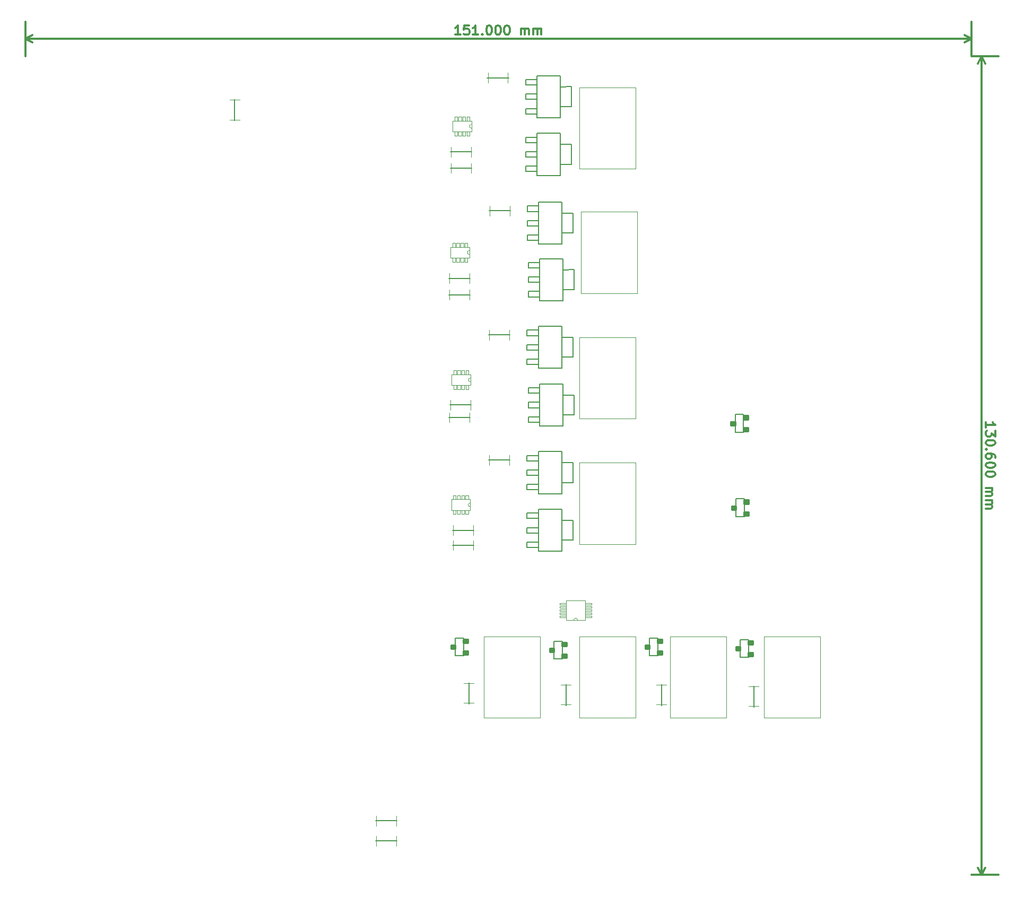
<source format=gbr>
G04 #@! TF.FileFunction,Drawing*
%FSLAX46Y46*%
G04 Gerber Fmt 4.6, Leading zero omitted, Abs format (unit mm)*
G04 Created by KiCad (PCBNEW 4.0.7-e2-6376~60~ubuntu17.10.1) date Fri Nov 10 10:24:04 2017*
%MOMM*%
%LPD*%
G01*
G04 APERTURE LIST*
%ADD10C,0.100000*%
%ADD11C,0.300000*%
%ADD12C,0.152400*%
%ADD13C,0.127000*%
%ADD14C,0.070000*%
%ADD15C,0.203200*%
%ADD16C,0.381000*%
%ADD17C,0.050000*%
G04 APERTURE END LIST*
D10*
D11*
X223171429Y-85178573D02*
X223171429Y-84321430D01*
X223171429Y-84750002D02*
X224671429Y-84750002D01*
X224457143Y-84607145D01*
X224314286Y-84464287D01*
X224242857Y-84321430D01*
X224671429Y-85678573D02*
X224671429Y-86607144D01*
X224100000Y-86107144D01*
X224100000Y-86321430D01*
X224028571Y-86464287D01*
X223957143Y-86535716D01*
X223814286Y-86607144D01*
X223457143Y-86607144D01*
X223314286Y-86535716D01*
X223242857Y-86464287D01*
X223171429Y-86321430D01*
X223171429Y-85892858D01*
X223242857Y-85750001D01*
X223314286Y-85678573D01*
X224671429Y-87535715D02*
X224671429Y-87678572D01*
X224600000Y-87821429D01*
X224528571Y-87892858D01*
X224385714Y-87964287D01*
X224100000Y-88035715D01*
X223742857Y-88035715D01*
X223457143Y-87964287D01*
X223314286Y-87892858D01*
X223242857Y-87821429D01*
X223171429Y-87678572D01*
X223171429Y-87535715D01*
X223242857Y-87392858D01*
X223314286Y-87321429D01*
X223457143Y-87250001D01*
X223742857Y-87178572D01*
X224100000Y-87178572D01*
X224385714Y-87250001D01*
X224528571Y-87321429D01*
X224600000Y-87392858D01*
X224671429Y-87535715D01*
X223314286Y-88678572D02*
X223242857Y-88750000D01*
X223171429Y-88678572D01*
X223242857Y-88607143D01*
X223314286Y-88678572D01*
X223171429Y-88678572D01*
X224671429Y-90035715D02*
X224671429Y-89750001D01*
X224600000Y-89607144D01*
X224528571Y-89535715D01*
X224314286Y-89392858D01*
X224028571Y-89321429D01*
X223457143Y-89321429D01*
X223314286Y-89392858D01*
X223242857Y-89464286D01*
X223171429Y-89607144D01*
X223171429Y-89892858D01*
X223242857Y-90035715D01*
X223314286Y-90107144D01*
X223457143Y-90178572D01*
X223814286Y-90178572D01*
X223957143Y-90107144D01*
X224028571Y-90035715D01*
X224100000Y-89892858D01*
X224100000Y-89607144D01*
X224028571Y-89464286D01*
X223957143Y-89392858D01*
X223814286Y-89321429D01*
X224671429Y-91107143D02*
X224671429Y-91250000D01*
X224600000Y-91392857D01*
X224528571Y-91464286D01*
X224385714Y-91535715D01*
X224100000Y-91607143D01*
X223742857Y-91607143D01*
X223457143Y-91535715D01*
X223314286Y-91464286D01*
X223242857Y-91392857D01*
X223171429Y-91250000D01*
X223171429Y-91107143D01*
X223242857Y-90964286D01*
X223314286Y-90892857D01*
X223457143Y-90821429D01*
X223742857Y-90750000D01*
X224100000Y-90750000D01*
X224385714Y-90821429D01*
X224528571Y-90892857D01*
X224600000Y-90964286D01*
X224671429Y-91107143D01*
X224671429Y-92535714D02*
X224671429Y-92678571D01*
X224600000Y-92821428D01*
X224528571Y-92892857D01*
X224385714Y-92964286D01*
X224100000Y-93035714D01*
X223742857Y-93035714D01*
X223457143Y-92964286D01*
X223314286Y-92892857D01*
X223242857Y-92821428D01*
X223171429Y-92678571D01*
X223171429Y-92535714D01*
X223242857Y-92392857D01*
X223314286Y-92321428D01*
X223457143Y-92250000D01*
X223742857Y-92178571D01*
X224100000Y-92178571D01*
X224385714Y-92250000D01*
X224528571Y-92321428D01*
X224600000Y-92392857D01*
X224671429Y-92535714D01*
X223171429Y-94821428D02*
X224171429Y-94821428D01*
X224028571Y-94821428D02*
X224100000Y-94892856D01*
X224171429Y-95035714D01*
X224171429Y-95249999D01*
X224100000Y-95392856D01*
X223957143Y-95464285D01*
X223171429Y-95464285D01*
X223957143Y-95464285D02*
X224100000Y-95535714D01*
X224171429Y-95678571D01*
X224171429Y-95892856D01*
X224100000Y-96035714D01*
X223957143Y-96107142D01*
X223171429Y-96107142D01*
X223171429Y-96821428D02*
X224171429Y-96821428D01*
X224028571Y-96821428D02*
X224100000Y-96892856D01*
X224171429Y-97035714D01*
X224171429Y-97249999D01*
X224100000Y-97392856D01*
X223957143Y-97464285D01*
X223171429Y-97464285D01*
X223957143Y-97464285D02*
X224100000Y-97535714D01*
X224171429Y-97678571D01*
X224171429Y-97892856D01*
X224100000Y-98035714D01*
X223957143Y-98107142D01*
X223171429Y-98107142D01*
X222500000Y-25950000D02*
X222500000Y-156550000D01*
X220900000Y-25950000D02*
X225200000Y-25950000D01*
X220900000Y-156550000D02*
X225200000Y-156550000D01*
X222500000Y-156550000D02*
X221913579Y-155423496D01*
X222500000Y-156550000D02*
X223086421Y-155423496D01*
X222500000Y-25950000D02*
X221913579Y-27076504D01*
X222500000Y-25950000D02*
X223086421Y-27076504D01*
X139328573Y-22478571D02*
X138471430Y-22478571D01*
X138900002Y-22478571D02*
X138900002Y-20978571D01*
X138757145Y-21192857D01*
X138614287Y-21335714D01*
X138471430Y-21407143D01*
X140685716Y-20978571D02*
X139971430Y-20978571D01*
X139900001Y-21692857D01*
X139971430Y-21621429D01*
X140114287Y-21550000D01*
X140471430Y-21550000D01*
X140614287Y-21621429D01*
X140685716Y-21692857D01*
X140757144Y-21835714D01*
X140757144Y-22192857D01*
X140685716Y-22335714D01*
X140614287Y-22407143D01*
X140471430Y-22478571D01*
X140114287Y-22478571D01*
X139971430Y-22407143D01*
X139900001Y-22335714D01*
X142185715Y-22478571D02*
X141328572Y-22478571D01*
X141757144Y-22478571D02*
X141757144Y-20978571D01*
X141614287Y-21192857D01*
X141471429Y-21335714D01*
X141328572Y-21407143D01*
X142828572Y-22335714D02*
X142900000Y-22407143D01*
X142828572Y-22478571D01*
X142757143Y-22407143D01*
X142828572Y-22335714D01*
X142828572Y-22478571D01*
X143828572Y-20978571D02*
X143971429Y-20978571D01*
X144114286Y-21050000D01*
X144185715Y-21121429D01*
X144257144Y-21264286D01*
X144328572Y-21550000D01*
X144328572Y-21907143D01*
X144257144Y-22192857D01*
X144185715Y-22335714D01*
X144114286Y-22407143D01*
X143971429Y-22478571D01*
X143828572Y-22478571D01*
X143685715Y-22407143D01*
X143614286Y-22335714D01*
X143542858Y-22192857D01*
X143471429Y-21907143D01*
X143471429Y-21550000D01*
X143542858Y-21264286D01*
X143614286Y-21121429D01*
X143685715Y-21050000D01*
X143828572Y-20978571D01*
X145257143Y-20978571D02*
X145400000Y-20978571D01*
X145542857Y-21050000D01*
X145614286Y-21121429D01*
X145685715Y-21264286D01*
X145757143Y-21550000D01*
X145757143Y-21907143D01*
X145685715Y-22192857D01*
X145614286Y-22335714D01*
X145542857Y-22407143D01*
X145400000Y-22478571D01*
X145257143Y-22478571D01*
X145114286Y-22407143D01*
X145042857Y-22335714D01*
X144971429Y-22192857D01*
X144900000Y-21907143D01*
X144900000Y-21550000D01*
X144971429Y-21264286D01*
X145042857Y-21121429D01*
X145114286Y-21050000D01*
X145257143Y-20978571D01*
X146685714Y-20978571D02*
X146828571Y-20978571D01*
X146971428Y-21050000D01*
X147042857Y-21121429D01*
X147114286Y-21264286D01*
X147185714Y-21550000D01*
X147185714Y-21907143D01*
X147114286Y-22192857D01*
X147042857Y-22335714D01*
X146971428Y-22407143D01*
X146828571Y-22478571D01*
X146685714Y-22478571D01*
X146542857Y-22407143D01*
X146471428Y-22335714D01*
X146400000Y-22192857D01*
X146328571Y-21907143D01*
X146328571Y-21550000D01*
X146400000Y-21264286D01*
X146471428Y-21121429D01*
X146542857Y-21050000D01*
X146685714Y-20978571D01*
X148971428Y-22478571D02*
X148971428Y-21478571D01*
X148971428Y-21621429D02*
X149042856Y-21550000D01*
X149185714Y-21478571D01*
X149399999Y-21478571D01*
X149542856Y-21550000D01*
X149614285Y-21692857D01*
X149614285Y-22478571D01*
X149614285Y-21692857D02*
X149685714Y-21550000D01*
X149828571Y-21478571D01*
X150042856Y-21478571D01*
X150185714Y-21550000D01*
X150257142Y-21692857D01*
X150257142Y-22478571D01*
X150971428Y-22478571D02*
X150971428Y-21478571D01*
X150971428Y-21621429D02*
X151042856Y-21550000D01*
X151185714Y-21478571D01*
X151399999Y-21478571D01*
X151542856Y-21550000D01*
X151614285Y-21692857D01*
X151614285Y-22478571D01*
X151614285Y-21692857D02*
X151685714Y-21550000D01*
X151828571Y-21478571D01*
X152042856Y-21478571D01*
X152185714Y-21550000D01*
X152257142Y-21692857D01*
X152257142Y-22478571D01*
X69900000Y-23150000D02*
X220900000Y-23150000D01*
X69900000Y-25950000D02*
X69900000Y-20450000D01*
X220900000Y-25950000D02*
X220900000Y-20450000D01*
X220900000Y-23150000D02*
X219773496Y-23736421D01*
X220900000Y-23150000D02*
X219773496Y-22563579D01*
X69900000Y-23150000D02*
X71026504Y-23736421D01*
X69900000Y-23150000D02*
X71026504Y-22563579D01*
D10*
X159259400Y-115219600D02*
X159259400Y-115499000D01*
X159259400Y-115499000D02*
X160224600Y-115499000D01*
X160224600Y-115499000D02*
X160224600Y-115219600D01*
X160224600Y-115219600D02*
X159259400Y-115219600D01*
X159259400Y-114711600D02*
X159259400Y-114991000D01*
X159259400Y-114991000D02*
X160224600Y-114991000D01*
X160224600Y-114991000D02*
X160224600Y-114711600D01*
X160224600Y-114711600D02*
X159259400Y-114711600D01*
X159259400Y-114229000D02*
X159259400Y-114483000D01*
X159259400Y-114483000D02*
X160224600Y-114483000D01*
X160224600Y-114483000D02*
X160224600Y-114229000D01*
X160224600Y-114229000D02*
X159259400Y-114229000D01*
X159259400Y-113721000D02*
X159259400Y-114000400D01*
X159259400Y-114000400D02*
X160224600Y-114000400D01*
X160224600Y-114000400D02*
X160224600Y-113721000D01*
X160224600Y-113721000D02*
X159259400Y-113721000D01*
X159259400Y-113213000D02*
X159259400Y-113492400D01*
X159259400Y-113492400D02*
X160224600Y-113492400D01*
X160224600Y-113492400D02*
X160224600Y-113213000D01*
X160224600Y-113213000D02*
X159259400Y-113213000D01*
X156160600Y-113492400D02*
X156160600Y-113213000D01*
X156160600Y-113213000D02*
X155195400Y-113213000D01*
X155195400Y-113213000D02*
X155195400Y-113492400D01*
X155195400Y-113492400D02*
X156160600Y-113492400D01*
X156160600Y-114000400D02*
X156160600Y-113721000D01*
X156160600Y-113721000D02*
X155195400Y-113721000D01*
X155195400Y-113721000D02*
X155195400Y-114000400D01*
X155195400Y-114000400D02*
X156160600Y-114000400D01*
X156160600Y-114483000D02*
X156160600Y-114229000D01*
X156160600Y-114229000D02*
X155195400Y-114229000D01*
X155195400Y-114229000D02*
X155195400Y-114483000D01*
X155195400Y-114483000D02*
X156160600Y-114483000D01*
X156160600Y-114991000D02*
X156160600Y-114711600D01*
X156160600Y-114711600D02*
X155195400Y-114711600D01*
X155195400Y-114711600D02*
X155195400Y-114991000D01*
X155195400Y-114991000D02*
X156160600Y-114991000D01*
X156160600Y-115499000D02*
X156160600Y-115219600D01*
X156160600Y-115219600D02*
X155195400Y-115219600D01*
X155195400Y-115219600D02*
X155195400Y-115499000D01*
X155195400Y-115499000D02*
X156160600Y-115499000D01*
X159259400Y-112806600D02*
X156160600Y-112806600D01*
X156160600Y-112806600D02*
X156160600Y-115905400D01*
X156160600Y-115905400D02*
X157405200Y-115905400D01*
X157405200Y-115905400D02*
X158014800Y-115905400D01*
X158014800Y-115905400D02*
X159259400Y-115905400D01*
X159259400Y-115905400D02*
X159259400Y-112806600D01*
X157405200Y-115905400D02*
G75*
G02X158014800Y-115905400I304800J0D01*
G01*
D12*
X151570800Y-39695400D02*
X151570800Y-38831800D01*
X151570800Y-38831800D02*
X149767400Y-38831800D01*
X149767400Y-38831800D02*
X149767400Y-39695400D01*
X149767400Y-39695400D02*
X151570800Y-39695400D01*
X151570800Y-42006800D02*
X151570800Y-41143200D01*
X151570800Y-41143200D02*
X149767400Y-41143200D01*
X149767400Y-41143200D02*
X149767400Y-42006800D01*
X149767400Y-42006800D02*
X151570800Y-42006800D01*
X151570800Y-44318200D02*
X151570800Y-43454600D01*
X151570800Y-43454600D02*
X149767400Y-43454600D01*
X149767400Y-43454600D02*
X149767400Y-44318200D01*
X149767400Y-44318200D02*
X151570800Y-44318200D01*
X155279200Y-40000200D02*
X155279200Y-43149800D01*
X155279200Y-43149800D02*
X157082600Y-43149800D01*
X157082600Y-43149800D02*
X157082600Y-39974800D01*
X157082600Y-39974800D02*
X155279200Y-40000200D01*
X151570800Y-44927800D02*
X155279200Y-44927800D01*
X155279200Y-44927800D02*
X155279200Y-38222200D01*
X155279200Y-38222200D02*
X151570800Y-38222200D01*
X151570800Y-38222200D02*
X151570800Y-44927800D01*
D13*
X147225000Y-90375000D02*
X143825000Y-90375000D01*
D14*
X143925000Y-91175000D02*
X143925000Y-89575000D01*
X147125000Y-89575000D02*
X147125000Y-91175000D01*
D13*
X138075000Y-103975000D02*
X141475000Y-103975000D01*
D14*
X141375000Y-103175000D02*
X141375000Y-104775000D01*
X138175000Y-104775000D02*
X138175000Y-103175000D01*
D13*
X138075000Y-101575000D02*
X141475000Y-101575000D01*
D14*
X141375000Y-100775000D02*
X141375000Y-102375000D01*
X138175000Y-102375000D02*
X138175000Y-100775000D01*
D10*
X137891600Y-96641400D02*
X137891600Y-98368600D01*
X137891600Y-98368600D02*
X138196400Y-98368600D01*
X138196400Y-98368600D02*
X138628200Y-98368600D01*
X138628200Y-98368600D02*
X138831400Y-98368600D01*
X138831400Y-98368600D02*
X139288600Y-98368600D01*
X139288600Y-98368600D02*
X139491800Y-98368600D01*
X139491800Y-98368600D02*
X139949000Y-98368600D01*
X139949000Y-98368600D02*
X140152200Y-98368600D01*
X140888800Y-98368600D02*
X140888800Y-97809800D01*
X140888800Y-97809800D02*
X140888800Y-97200200D01*
X140888800Y-97200200D02*
X140888800Y-96641400D01*
X140888800Y-96641400D02*
X140584000Y-96641400D01*
X140584000Y-96641400D02*
X140152200Y-96641400D01*
X140152200Y-96641400D02*
X139949000Y-96641400D01*
X139949000Y-96641400D02*
X139491800Y-96641400D01*
X139491800Y-96641400D02*
X139288600Y-96641400D01*
X139288600Y-96641400D02*
X138831400Y-96641400D01*
X138831400Y-96641400D02*
X138628200Y-96641400D01*
X140584000Y-96641400D02*
X140584000Y-96006400D01*
X140584000Y-96006400D02*
X140152200Y-96006400D01*
X140152200Y-96006400D02*
X140152200Y-96641400D01*
X139949000Y-96641400D02*
X139949000Y-96006400D01*
X139949000Y-96006400D02*
X139491800Y-96006400D01*
X139491800Y-96006400D02*
X139491800Y-96641400D01*
X139288600Y-96641400D02*
X139288600Y-96006400D01*
X139288600Y-96006400D02*
X138831400Y-96006400D01*
X138831400Y-96006400D02*
X138831400Y-96641400D01*
X137891600Y-96641400D02*
X138196400Y-96641400D01*
X138196400Y-96641400D02*
X138628200Y-96641400D01*
X138628200Y-96641400D02*
X138628200Y-96006400D01*
X138628200Y-96006400D02*
X138196400Y-96006400D01*
X138196400Y-96006400D02*
X138196400Y-96641400D01*
X138196400Y-98368600D02*
X138196400Y-99003600D01*
X138196400Y-99003600D02*
X138628200Y-99003600D01*
X138628200Y-99003600D02*
X138628200Y-98368600D01*
X138831400Y-98368600D02*
X138831400Y-99003600D01*
X138831400Y-99003600D02*
X139288600Y-99003600D01*
X139288600Y-99003600D02*
X139288600Y-98368600D01*
X139491800Y-98368600D02*
X139491800Y-99003600D01*
X139491800Y-99003600D02*
X139949000Y-99003600D01*
X139949000Y-99003600D02*
X139949000Y-98368600D01*
X140888800Y-98368600D02*
X140584000Y-98368600D01*
X140584000Y-98368600D02*
X140152200Y-98368600D01*
X140152200Y-98368600D02*
X140152200Y-99003600D01*
X140152200Y-99003600D02*
X140584000Y-99003600D01*
X140584000Y-99003600D02*
X140584000Y-98368600D01*
X140888800Y-97809800D02*
G75*
G02X140888800Y-97200200I0J304800D01*
G01*
D13*
X137725000Y-41175000D02*
X141125000Y-41175000D01*
D14*
X141025000Y-40375000D02*
X141025000Y-41975000D01*
X137825000Y-41975000D02*
X137825000Y-40375000D01*
D13*
X137475000Y-61375000D02*
X140875000Y-61375000D01*
D14*
X140775000Y-60575000D02*
X140775000Y-62175000D01*
X137575000Y-62175000D02*
X137575000Y-60575000D01*
D13*
X137675000Y-81575000D02*
X141075000Y-81575000D01*
D14*
X140975000Y-80775000D02*
X140975000Y-82375000D01*
X137775000Y-82375000D02*
X137775000Y-80775000D01*
D13*
X140692000Y-125864000D02*
X140692000Y-129264000D01*
D14*
X141492000Y-129164000D02*
X139892000Y-129164000D01*
X139892000Y-125964000D02*
X141492000Y-125964000D01*
D13*
X156186000Y-126118000D02*
X156186000Y-129518000D01*
D14*
X156986000Y-129418000D02*
X155386000Y-129418000D01*
X155386000Y-126218000D02*
X156986000Y-126218000D01*
D13*
X171426000Y-126118000D02*
X171426000Y-129518000D01*
D14*
X172226000Y-129418000D02*
X170626000Y-129418000D01*
X170626000Y-126218000D02*
X172226000Y-126218000D01*
D13*
X186158000Y-126372000D02*
X186158000Y-129772000D01*
D14*
X186958000Y-129672000D02*
X185358000Y-129672000D01*
X185358000Y-126472000D02*
X186958000Y-126472000D01*
D13*
X103302000Y-36174000D02*
X103302000Y-32774000D01*
D14*
X102502000Y-32874000D02*
X104102000Y-32874000D01*
X104102000Y-36074000D02*
X102502000Y-36074000D01*
D13*
X147025000Y-29375000D02*
X143625000Y-29375000D01*
D14*
X143725000Y-30175000D02*
X143725000Y-28575000D01*
X146925000Y-28575000D02*
X146925000Y-30175000D01*
D13*
X147325000Y-50575000D02*
X143925000Y-50575000D01*
D14*
X144025000Y-51375000D02*
X144025000Y-49775000D01*
X147225000Y-49775000D02*
X147225000Y-51375000D01*
D13*
X147225000Y-70375000D02*
X143825000Y-70375000D01*
D14*
X143925000Y-71175000D02*
X143925000Y-69575000D01*
X147125000Y-69575000D02*
X147125000Y-71175000D01*
D15*
X183170600Y-83104600D02*
X184491400Y-83104600D01*
X184491400Y-83104600D02*
X184491400Y-85949400D01*
X184491400Y-85949400D02*
X183170600Y-85949400D01*
X183170600Y-85949400D02*
X183170600Y-83104600D01*
D16*
G36*
X182535600Y-84755942D02*
X182535600Y-84298400D01*
X183118736Y-84298400D01*
X183118736Y-84755942D01*
X182535600Y-84755942D01*
G37*
X182535600Y-84755942D02*
X182535600Y-84298400D01*
X183118736Y-84298400D01*
X183118736Y-84755942D01*
X182535600Y-84755942D01*
G36*
X184542200Y-83815071D02*
X184542200Y-83358600D01*
X185127730Y-83358600D01*
X185127730Y-83815071D01*
X184542200Y-83815071D01*
G37*
X184542200Y-83815071D02*
X184542200Y-83358600D01*
X185127730Y-83358600D01*
X185127730Y-83815071D01*
X184542200Y-83815071D01*
G36*
X184542200Y-85697150D02*
X184542200Y-85238200D01*
X185128340Y-85238200D01*
X185128340Y-85697150D01*
X184542200Y-85697150D01*
G37*
X184542200Y-85697150D02*
X184542200Y-85238200D01*
X185128340Y-85238200D01*
X185128340Y-85697150D01*
X184542200Y-85697150D01*
D15*
X183297600Y-96566600D02*
X184618400Y-96566600D01*
X184618400Y-96566600D02*
X184618400Y-99411400D01*
X184618400Y-99411400D02*
X183297600Y-99411400D01*
X183297600Y-99411400D02*
X183297600Y-96566600D01*
D16*
G36*
X182662600Y-98217942D02*
X182662600Y-97760400D01*
X183245736Y-97760400D01*
X183245736Y-98217942D01*
X182662600Y-98217942D01*
G37*
X182662600Y-98217942D02*
X182662600Y-97760400D01*
X183245736Y-97760400D01*
X183245736Y-98217942D01*
X182662600Y-98217942D01*
G36*
X184669200Y-97277071D02*
X184669200Y-96820600D01*
X185254730Y-96820600D01*
X185254730Y-97277071D01*
X184669200Y-97277071D01*
G37*
X184669200Y-97277071D02*
X184669200Y-96820600D01*
X185254730Y-96820600D01*
X185254730Y-97277071D01*
X184669200Y-97277071D01*
G36*
X184669200Y-99159150D02*
X184669200Y-98700200D01*
X185255340Y-98700200D01*
X185255340Y-99159150D01*
X184669200Y-99159150D01*
G37*
X184669200Y-99159150D02*
X184669200Y-98700200D01*
X185255340Y-98700200D01*
X185255340Y-99159150D01*
X184669200Y-99159150D01*
D12*
X151970800Y-59695400D02*
X151970800Y-58831800D01*
X151970800Y-58831800D02*
X150167400Y-58831800D01*
X150167400Y-58831800D02*
X150167400Y-59695400D01*
X150167400Y-59695400D02*
X151970800Y-59695400D01*
X151970800Y-62006800D02*
X151970800Y-61143200D01*
X151970800Y-61143200D02*
X150167400Y-61143200D01*
X150167400Y-61143200D02*
X150167400Y-62006800D01*
X150167400Y-62006800D02*
X151970800Y-62006800D01*
X151970800Y-64318200D02*
X151970800Y-63454600D01*
X151970800Y-63454600D02*
X150167400Y-63454600D01*
X150167400Y-63454600D02*
X150167400Y-64318200D01*
X150167400Y-64318200D02*
X151970800Y-64318200D01*
X155679200Y-60000200D02*
X155679200Y-63149800D01*
X155679200Y-63149800D02*
X157482600Y-63149800D01*
X157482600Y-63149800D02*
X157482600Y-59974800D01*
X157482600Y-59974800D02*
X155679200Y-60000200D01*
X151970800Y-64927800D02*
X155679200Y-64927800D01*
X155679200Y-64927800D02*
X155679200Y-58222200D01*
X155679200Y-58222200D02*
X151970800Y-58222200D01*
X151970800Y-58222200D02*
X151970800Y-64927800D01*
X151570800Y-30495400D02*
X151570800Y-29631800D01*
X151570800Y-29631800D02*
X149767400Y-29631800D01*
X149767400Y-29631800D02*
X149767400Y-30495400D01*
X149767400Y-30495400D02*
X151570800Y-30495400D01*
X151570800Y-32806800D02*
X151570800Y-31943200D01*
X151570800Y-31943200D02*
X149767400Y-31943200D01*
X149767400Y-31943200D02*
X149767400Y-32806800D01*
X149767400Y-32806800D02*
X151570800Y-32806800D01*
X151570800Y-35118200D02*
X151570800Y-34254600D01*
X151570800Y-34254600D02*
X149767400Y-34254600D01*
X149767400Y-34254600D02*
X149767400Y-35118200D01*
X149767400Y-35118200D02*
X151570800Y-35118200D01*
X155279200Y-30800200D02*
X155279200Y-33949800D01*
X155279200Y-33949800D02*
X157082600Y-33949800D01*
X157082600Y-33949800D02*
X157082600Y-30774800D01*
X157082600Y-30774800D02*
X155279200Y-30800200D01*
X151570800Y-35727800D02*
X155279200Y-35727800D01*
X155279200Y-35727800D02*
X155279200Y-29022200D01*
X155279200Y-29022200D02*
X151570800Y-29022200D01*
X151570800Y-29022200D02*
X151570800Y-35727800D01*
X151786800Y-50695400D02*
X151786800Y-49831800D01*
X151786800Y-49831800D02*
X149983400Y-49831800D01*
X149983400Y-49831800D02*
X149983400Y-50695400D01*
X149983400Y-50695400D02*
X151786800Y-50695400D01*
X151786800Y-53006800D02*
X151786800Y-52143200D01*
X151786800Y-52143200D02*
X149983400Y-52143200D01*
X149983400Y-52143200D02*
X149983400Y-53006800D01*
X149983400Y-53006800D02*
X151786800Y-53006800D01*
X151786800Y-55318200D02*
X151786800Y-54454600D01*
X151786800Y-54454600D02*
X149983400Y-54454600D01*
X149983400Y-54454600D02*
X149983400Y-55318200D01*
X149983400Y-55318200D02*
X151786800Y-55318200D01*
X155495200Y-51000200D02*
X155495200Y-54149800D01*
X155495200Y-54149800D02*
X157298600Y-54149800D01*
X157298600Y-54149800D02*
X157298600Y-50974800D01*
X157298600Y-50974800D02*
X155495200Y-51000200D01*
X151786800Y-55927800D02*
X155495200Y-55927800D01*
X155495200Y-55927800D02*
X155495200Y-49222200D01*
X155495200Y-49222200D02*
X151786800Y-49222200D01*
X151786800Y-49222200D02*
X151786800Y-55927800D01*
X151970800Y-79695400D02*
X151970800Y-78831800D01*
X151970800Y-78831800D02*
X150167400Y-78831800D01*
X150167400Y-78831800D02*
X150167400Y-79695400D01*
X150167400Y-79695400D02*
X151970800Y-79695400D01*
X151970800Y-82006800D02*
X151970800Y-81143200D01*
X151970800Y-81143200D02*
X150167400Y-81143200D01*
X150167400Y-81143200D02*
X150167400Y-82006800D01*
X150167400Y-82006800D02*
X151970800Y-82006800D01*
X151970800Y-84318200D02*
X151970800Y-83454600D01*
X151970800Y-83454600D02*
X150167400Y-83454600D01*
X150167400Y-83454600D02*
X150167400Y-84318200D01*
X150167400Y-84318200D02*
X151970800Y-84318200D01*
X155679200Y-80000200D02*
X155679200Y-83149800D01*
X155679200Y-83149800D02*
X157482600Y-83149800D01*
X157482600Y-83149800D02*
X157482600Y-79974800D01*
X157482600Y-79974800D02*
X155679200Y-80000200D01*
X151970800Y-84927800D02*
X155679200Y-84927800D01*
X155679200Y-84927800D02*
X155679200Y-78222200D01*
X155679200Y-78222200D02*
X151970800Y-78222200D01*
X151970800Y-78222200D02*
X151970800Y-84927800D01*
X151770800Y-99695400D02*
X151770800Y-98831800D01*
X151770800Y-98831800D02*
X149967400Y-98831800D01*
X149967400Y-98831800D02*
X149967400Y-99695400D01*
X149967400Y-99695400D02*
X151770800Y-99695400D01*
X151770800Y-102006800D02*
X151770800Y-101143200D01*
X151770800Y-101143200D02*
X149967400Y-101143200D01*
X149967400Y-101143200D02*
X149967400Y-102006800D01*
X149967400Y-102006800D02*
X151770800Y-102006800D01*
X151770800Y-104318200D02*
X151770800Y-103454600D01*
X151770800Y-103454600D02*
X149967400Y-103454600D01*
X149967400Y-103454600D02*
X149967400Y-104318200D01*
X149967400Y-104318200D02*
X151770800Y-104318200D01*
X155479200Y-100000200D02*
X155479200Y-103149800D01*
X155479200Y-103149800D02*
X157282600Y-103149800D01*
X157282600Y-103149800D02*
X157282600Y-99974800D01*
X157282600Y-99974800D02*
X155479200Y-100000200D01*
X151770800Y-104927800D02*
X155479200Y-104927800D01*
X155479200Y-104927800D02*
X155479200Y-98222200D01*
X155479200Y-98222200D02*
X151770800Y-98222200D01*
X151770800Y-98222200D02*
X151770800Y-104927800D01*
X151770800Y-70495400D02*
X151770800Y-69631800D01*
X151770800Y-69631800D02*
X149967400Y-69631800D01*
X149967400Y-69631800D02*
X149967400Y-70495400D01*
X149967400Y-70495400D02*
X151770800Y-70495400D01*
X151770800Y-72806800D02*
X151770800Y-71943200D01*
X151770800Y-71943200D02*
X149967400Y-71943200D01*
X149967400Y-71943200D02*
X149967400Y-72806800D01*
X149967400Y-72806800D02*
X151770800Y-72806800D01*
X151770800Y-75118200D02*
X151770800Y-74254600D01*
X151770800Y-74254600D02*
X149967400Y-74254600D01*
X149967400Y-74254600D02*
X149967400Y-75118200D01*
X149967400Y-75118200D02*
X151770800Y-75118200D01*
X155479200Y-70800200D02*
X155479200Y-73949800D01*
X155479200Y-73949800D02*
X157282600Y-73949800D01*
X157282600Y-73949800D02*
X157282600Y-70774800D01*
X157282600Y-70774800D02*
X155479200Y-70800200D01*
X151770800Y-75727800D02*
X155479200Y-75727800D01*
X155479200Y-75727800D02*
X155479200Y-69022200D01*
X155479200Y-69022200D02*
X151770800Y-69022200D01*
X151770800Y-69022200D02*
X151770800Y-75727800D01*
X151770800Y-90495400D02*
X151770800Y-89631800D01*
X151770800Y-89631800D02*
X149967400Y-89631800D01*
X149967400Y-89631800D02*
X149967400Y-90495400D01*
X149967400Y-90495400D02*
X151770800Y-90495400D01*
X151770800Y-92806800D02*
X151770800Y-91943200D01*
X151770800Y-91943200D02*
X149967400Y-91943200D01*
X149967400Y-91943200D02*
X149967400Y-92806800D01*
X149967400Y-92806800D02*
X151770800Y-92806800D01*
X151770800Y-95118200D02*
X151770800Y-94254600D01*
X151770800Y-94254600D02*
X149967400Y-94254600D01*
X149967400Y-94254600D02*
X149967400Y-95118200D01*
X149967400Y-95118200D02*
X151770800Y-95118200D01*
X155479200Y-90800200D02*
X155479200Y-93949800D01*
X155479200Y-93949800D02*
X157282600Y-93949800D01*
X157282600Y-93949800D02*
X157282600Y-90774800D01*
X157282600Y-90774800D02*
X155479200Y-90800200D01*
X151770800Y-95727800D02*
X155479200Y-95727800D01*
X155479200Y-95727800D02*
X155479200Y-89022200D01*
X155479200Y-89022200D02*
X151770800Y-89022200D01*
X151770800Y-89022200D02*
X151770800Y-95727800D01*
D15*
X138507600Y-118775600D02*
X139828400Y-118775600D01*
X139828400Y-118775600D02*
X139828400Y-121620400D01*
X139828400Y-121620400D02*
X138507600Y-121620400D01*
X138507600Y-121620400D02*
X138507600Y-118775600D01*
D16*
G36*
X137872600Y-120426942D02*
X137872600Y-119969400D01*
X138455736Y-119969400D01*
X138455736Y-120426942D01*
X137872600Y-120426942D01*
G37*
X137872600Y-120426942D02*
X137872600Y-119969400D01*
X138455736Y-119969400D01*
X138455736Y-120426942D01*
X137872600Y-120426942D01*
G36*
X139879200Y-119486071D02*
X139879200Y-119029600D01*
X140464730Y-119029600D01*
X140464730Y-119486071D01*
X139879200Y-119486071D01*
G37*
X139879200Y-119486071D02*
X139879200Y-119029600D01*
X140464730Y-119029600D01*
X140464730Y-119486071D01*
X139879200Y-119486071D01*
G36*
X139879200Y-121368150D02*
X139879200Y-120909200D01*
X140465340Y-120909200D01*
X140465340Y-121368150D01*
X139879200Y-121368150D01*
G37*
X139879200Y-121368150D02*
X139879200Y-120909200D01*
X140465340Y-120909200D01*
X140465340Y-121368150D01*
X139879200Y-121368150D01*
D15*
X154255600Y-119283600D02*
X155576400Y-119283600D01*
X155576400Y-119283600D02*
X155576400Y-122128400D01*
X155576400Y-122128400D02*
X154255600Y-122128400D01*
X154255600Y-122128400D02*
X154255600Y-119283600D01*
D16*
G36*
X153620600Y-120934942D02*
X153620600Y-120477400D01*
X154203736Y-120477400D01*
X154203736Y-120934942D01*
X153620600Y-120934942D01*
G37*
X153620600Y-120934942D02*
X153620600Y-120477400D01*
X154203736Y-120477400D01*
X154203736Y-120934942D01*
X153620600Y-120934942D01*
G36*
X155627200Y-119994071D02*
X155627200Y-119537600D01*
X156212730Y-119537600D01*
X156212730Y-119994071D01*
X155627200Y-119994071D01*
G37*
X155627200Y-119994071D02*
X155627200Y-119537600D01*
X156212730Y-119537600D01*
X156212730Y-119994071D01*
X155627200Y-119994071D01*
G36*
X155627200Y-121876150D02*
X155627200Y-121417200D01*
X156213340Y-121417200D01*
X156213340Y-121876150D01*
X155627200Y-121876150D01*
G37*
X155627200Y-121876150D02*
X155627200Y-121417200D01*
X156213340Y-121417200D01*
X156213340Y-121876150D01*
X155627200Y-121876150D01*
D15*
X169495600Y-118775600D02*
X170816400Y-118775600D01*
X170816400Y-118775600D02*
X170816400Y-121620400D01*
X170816400Y-121620400D02*
X169495600Y-121620400D01*
X169495600Y-121620400D02*
X169495600Y-118775600D01*
D16*
G36*
X168860600Y-120426942D02*
X168860600Y-119969400D01*
X169443736Y-119969400D01*
X169443736Y-120426942D01*
X168860600Y-120426942D01*
G37*
X168860600Y-120426942D02*
X168860600Y-119969400D01*
X169443736Y-119969400D01*
X169443736Y-120426942D01*
X168860600Y-120426942D01*
G36*
X170867200Y-119486071D02*
X170867200Y-119029600D01*
X171452730Y-119029600D01*
X171452730Y-119486071D01*
X170867200Y-119486071D01*
G37*
X170867200Y-119486071D02*
X170867200Y-119029600D01*
X171452730Y-119029600D01*
X171452730Y-119486071D01*
X170867200Y-119486071D01*
G36*
X170867200Y-121368150D02*
X170867200Y-120909200D01*
X171453340Y-120909200D01*
X171453340Y-121368150D01*
X170867200Y-121368150D01*
G37*
X170867200Y-121368150D02*
X170867200Y-120909200D01*
X171453340Y-120909200D01*
X171453340Y-121368150D01*
X170867200Y-121368150D01*
D15*
X183973600Y-119029600D02*
X185294400Y-119029600D01*
X185294400Y-119029600D02*
X185294400Y-121874400D01*
X185294400Y-121874400D02*
X183973600Y-121874400D01*
X183973600Y-121874400D02*
X183973600Y-119029600D01*
D16*
G36*
X183338600Y-120680942D02*
X183338600Y-120223400D01*
X183921736Y-120223400D01*
X183921736Y-120680942D01*
X183338600Y-120680942D01*
G37*
X183338600Y-120680942D02*
X183338600Y-120223400D01*
X183921736Y-120223400D01*
X183921736Y-120680942D01*
X183338600Y-120680942D01*
G36*
X185345200Y-119740071D02*
X185345200Y-119283600D01*
X185930730Y-119283600D01*
X185930730Y-119740071D01*
X185345200Y-119740071D01*
G37*
X185345200Y-119740071D02*
X185345200Y-119283600D01*
X185930730Y-119283600D01*
X185930730Y-119740071D01*
X185345200Y-119740071D01*
G36*
X185345200Y-121622150D02*
X185345200Y-121163200D01*
X185931340Y-121163200D01*
X185931340Y-121622150D01*
X185345200Y-121622150D01*
G37*
X185345200Y-121622150D02*
X185345200Y-121163200D01*
X185931340Y-121163200D01*
X185931340Y-121622150D01*
X185345200Y-121622150D01*
D17*
X158325000Y-43875000D02*
X158325000Y-30875000D01*
X158325000Y-30875000D02*
X167325000Y-30875000D01*
X167325000Y-30875000D02*
X167325000Y-43875000D01*
X167325000Y-43875000D02*
X158325000Y-43875000D01*
X158539000Y-63735000D02*
X158539000Y-50735000D01*
X158539000Y-50735000D02*
X167539000Y-50735000D01*
X167539000Y-50735000D02*
X167539000Y-63735000D01*
X167539000Y-63735000D02*
X158539000Y-63735000D01*
X158325000Y-83775000D02*
X158325000Y-70775000D01*
X158325000Y-70775000D02*
X167325000Y-70775000D01*
X167325000Y-70775000D02*
X167325000Y-83775000D01*
X167325000Y-83775000D02*
X158325000Y-83775000D01*
X158325000Y-103775000D02*
X158325000Y-90775000D01*
X158325000Y-90775000D02*
X167325000Y-90775000D01*
X167325000Y-90775000D02*
X167325000Y-103775000D01*
X167325000Y-103775000D02*
X158325000Y-103775000D01*
X152050000Y-118524000D02*
X152050000Y-131524000D01*
X152050000Y-131524000D02*
X143050000Y-131524000D01*
X143050000Y-131524000D02*
X143050000Y-118524000D01*
X143050000Y-118524000D02*
X152050000Y-118524000D01*
X167290000Y-118524000D02*
X167290000Y-131524000D01*
X167290000Y-131524000D02*
X158290000Y-131524000D01*
X158290000Y-131524000D02*
X158290000Y-118524000D01*
X158290000Y-118524000D02*
X167290000Y-118524000D01*
X181768000Y-118524000D02*
X181768000Y-131524000D01*
X181768000Y-131524000D02*
X172768000Y-131524000D01*
X172768000Y-131524000D02*
X172768000Y-118524000D01*
X172768000Y-118524000D02*
X181768000Y-118524000D01*
X196754000Y-118524000D02*
X196754000Y-131524000D01*
X196754000Y-131524000D02*
X187754000Y-131524000D01*
X187754000Y-131524000D02*
X187754000Y-118524000D01*
X187754000Y-118524000D02*
X196754000Y-118524000D01*
D10*
X138091600Y-36241400D02*
X138091600Y-37968600D01*
X138091600Y-37968600D02*
X138396400Y-37968600D01*
X138396400Y-37968600D02*
X138828200Y-37968600D01*
X138828200Y-37968600D02*
X139031400Y-37968600D01*
X139031400Y-37968600D02*
X139488600Y-37968600D01*
X139488600Y-37968600D02*
X139691800Y-37968600D01*
X139691800Y-37968600D02*
X140149000Y-37968600D01*
X140149000Y-37968600D02*
X140352200Y-37968600D01*
X141088800Y-37968600D02*
X141088800Y-37409800D01*
X141088800Y-37409800D02*
X141088800Y-36800200D01*
X141088800Y-36800200D02*
X141088800Y-36241400D01*
X141088800Y-36241400D02*
X140784000Y-36241400D01*
X140784000Y-36241400D02*
X140352200Y-36241400D01*
X140352200Y-36241400D02*
X140149000Y-36241400D01*
X140149000Y-36241400D02*
X139691800Y-36241400D01*
X139691800Y-36241400D02*
X139488600Y-36241400D01*
X139488600Y-36241400D02*
X139031400Y-36241400D01*
X139031400Y-36241400D02*
X138828200Y-36241400D01*
X140784000Y-36241400D02*
X140784000Y-35606400D01*
X140784000Y-35606400D02*
X140352200Y-35606400D01*
X140352200Y-35606400D02*
X140352200Y-36241400D01*
X140149000Y-36241400D02*
X140149000Y-35606400D01*
X140149000Y-35606400D02*
X139691800Y-35606400D01*
X139691800Y-35606400D02*
X139691800Y-36241400D01*
X139488600Y-36241400D02*
X139488600Y-35606400D01*
X139488600Y-35606400D02*
X139031400Y-35606400D01*
X139031400Y-35606400D02*
X139031400Y-36241400D01*
X138091600Y-36241400D02*
X138396400Y-36241400D01*
X138396400Y-36241400D02*
X138828200Y-36241400D01*
X138828200Y-36241400D02*
X138828200Y-35606400D01*
X138828200Y-35606400D02*
X138396400Y-35606400D01*
X138396400Y-35606400D02*
X138396400Y-36241400D01*
X138396400Y-37968600D02*
X138396400Y-38603600D01*
X138396400Y-38603600D02*
X138828200Y-38603600D01*
X138828200Y-38603600D02*
X138828200Y-37968600D01*
X139031400Y-37968600D02*
X139031400Y-38603600D01*
X139031400Y-38603600D02*
X139488600Y-38603600D01*
X139488600Y-38603600D02*
X139488600Y-37968600D01*
X139691800Y-37968600D02*
X139691800Y-38603600D01*
X139691800Y-38603600D02*
X140149000Y-38603600D01*
X140149000Y-38603600D02*
X140149000Y-37968600D01*
X141088800Y-37968600D02*
X140784000Y-37968600D01*
X140784000Y-37968600D02*
X140352200Y-37968600D01*
X140352200Y-37968600D02*
X140352200Y-38603600D01*
X140352200Y-38603600D02*
X140784000Y-38603600D01*
X140784000Y-38603600D02*
X140784000Y-37968600D01*
X141088800Y-37409800D02*
G75*
G02X141088800Y-36800200I0J304800D01*
G01*
X137761200Y-56381400D02*
X137761200Y-58108600D01*
X137761200Y-58108600D02*
X138066000Y-58108600D01*
X138066000Y-58108600D02*
X138497800Y-58108600D01*
X138497800Y-58108600D02*
X138701000Y-58108600D01*
X138701000Y-58108600D02*
X139158200Y-58108600D01*
X139158200Y-58108600D02*
X139361400Y-58108600D01*
X139361400Y-58108600D02*
X139818600Y-58108600D01*
X139818600Y-58108600D02*
X140021800Y-58108600D01*
X140758400Y-58108600D02*
X140758400Y-57549800D01*
X140758400Y-57549800D02*
X140758400Y-56940200D01*
X140758400Y-56940200D02*
X140758400Y-56381400D01*
X140758400Y-56381400D02*
X140453600Y-56381400D01*
X140453600Y-56381400D02*
X140021800Y-56381400D01*
X140021800Y-56381400D02*
X139818600Y-56381400D01*
X139818600Y-56381400D02*
X139361400Y-56381400D01*
X139361400Y-56381400D02*
X139158200Y-56381400D01*
X139158200Y-56381400D02*
X138701000Y-56381400D01*
X138701000Y-56381400D02*
X138497800Y-56381400D01*
X140453600Y-56381400D02*
X140453600Y-55746400D01*
X140453600Y-55746400D02*
X140021800Y-55746400D01*
X140021800Y-55746400D02*
X140021800Y-56381400D01*
X139818600Y-56381400D02*
X139818600Y-55746400D01*
X139818600Y-55746400D02*
X139361400Y-55746400D01*
X139361400Y-55746400D02*
X139361400Y-56381400D01*
X139158200Y-56381400D02*
X139158200Y-55746400D01*
X139158200Y-55746400D02*
X138701000Y-55746400D01*
X138701000Y-55746400D02*
X138701000Y-56381400D01*
X137761200Y-56381400D02*
X138066000Y-56381400D01*
X138066000Y-56381400D02*
X138497800Y-56381400D01*
X138497800Y-56381400D02*
X138497800Y-55746400D01*
X138497800Y-55746400D02*
X138066000Y-55746400D01*
X138066000Y-55746400D02*
X138066000Y-56381400D01*
X138066000Y-58108600D02*
X138066000Y-58743600D01*
X138066000Y-58743600D02*
X138497800Y-58743600D01*
X138497800Y-58743600D02*
X138497800Y-58108600D01*
X138701000Y-58108600D02*
X138701000Y-58743600D01*
X138701000Y-58743600D02*
X139158200Y-58743600D01*
X139158200Y-58743600D02*
X139158200Y-58108600D01*
X139361400Y-58108600D02*
X139361400Y-58743600D01*
X139361400Y-58743600D02*
X139818600Y-58743600D01*
X139818600Y-58743600D02*
X139818600Y-58108600D01*
X140758400Y-58108600D02*
X140453600Y-58108600D01*
X140453600Y-58108600D02*
X140021800Y-58108600D01*
X140021800Y-58108600D02*
X140021800Y-58743600D01*
X140021800Y-58743600D02*
X140453600Y-58743600D01*
X140453600Y-58743600D02*
X140453600Y-58108600D01*
X140758400Y-57549800D02*
G75*
G02X140758400Y-56940200I0J304800D01*
G01*
X137926400Y-76711400D02*
X137926400Y-78438600D01*
X137926400Y-78438600D02*
X138231200Y-78438600D01*
X138231200Y-78438600D02*
X138663000Y-78438600D01*
X138663000Y-78438600D02*
X138866200Y-78438600D01*
X138866200Y-78438600D02*
X139323400Y-78438600D01*
X139323400Y-78438600D02*
X139526600Y-78438600D01*
X139526600Y-78438600D02*
X139983800Y-78438600D01*
X139983800Y-78438600D02*
X140187000Y-78438600D01*
X140923600Y-78438600D02*
X140923600Y-77879800D01*
X140923600Y-77879800D02*
X140923600Y-77270200D01*
X140923600Y-77270200D02*
X140923600Y-76711400D01*
X140923600Y-76711400D02*
X140618800Y-76711400D01*
X140618800Y-76711400D02*
X140187000Y-76711400D01*
X140187000Y-76711400D02*
X139983800Y-76711400D01*
X139983800Y-76711400D02*
X139526600Y-76711400D01*
X139526600Y-76711400D02*
X139323400Y-76711400D01*
X139323400Y-76711400D02*
X138866200Y-76711400D01*
X138866200Y-76711400D02*
X138663000Y-76711400D01*
X140618800Y-76711400D02*
X140618800Y-76076400D01*
X140618800Y-76076400D02*
X140187000Y-76076400D01*
X140187000Y-76076400D02*
X140187000Y-76711400D01*
X139983800Y-76711400D02*
X139983800Y-76076400D01*
X139983800Y-76076400D02*
X139526600Y-76076400D01*
X139526600Y-76076400D02*
X139526600Y-76711400D01*
X139323400Y-76711400D02*
X139323400Y-76076400D01*
X139323400Y-76076400D02*
X138866200Y-76076400D01*
X138866200Y-76076400D02*
X138866200Y-76711400D01*
X137926400Y-76711400D02*
X138231200Y-76711400D01*
X138231200Y-76711400D02*
X138663000Y-76711400D01*
X138663000Y-76711400D02*
X138663000Y-76076400D01*
X138663000Y-76076400D02*
X138231200Y-76076400D01*
X138231200Y-76076400D02*
X138231200Y-76711400D01*
X138231200Y-78438600D02*
X138231200Y-79073600D01*
X138231200Y-79073600D02*
X138663000Y-79073600D01*
X138663000Y-79073600D02*
X138663000Y-78438600D01*
X138866200Y-78438600D02*
X138866200Y-79073600D01*
X138866200Y-79073600D02*
X139323400Y-79073600D01*
X139323400Y-79073600D02*
X139323400Y-78438600D01*
X139526600Y-78438600D02*
X139526600Y-79073600D01*
X139526600Y-79073600D02*
X139983800Y-79073600D01*
X139983800Y-79073600D02*
X139983800Y-78438600D01*
X140923600Y-78438600D02*
X140618800Y-78438600D01*
X140618800Y-78438600D02*
X140187000Y-78438600D01*
X140187000Y-78438600D02*
X140187000Y-79073600D01*
X140187000Y-79073600D02*
X140618800Y-79073600D01*
X140618800Y-79073600D02*
X140618800Y-78438600D01*
X140923600Y-77879800D02*
G75*
G02X140923600Y-77270200I0J304800D01*
G01*
D13*
X137725000Y-43775000D02*
X141125000Y-43775000D01*
D14*
X141025000Y-42975000D02*
X141025000Y-44575000D01*
X137825000Y-44575000D02*
X137825000Y-42975000D01*
D13*
X137475000Y-63975000D02*
X140875000Y-63975000D01*
D14*
X140775000Y-63175000D02*
X140775000Y-64775000D01*
X137575000Y-64775000D02*
X137575000Y-63175000D01*
D13*
X137475000Y-83575000D02*
X140875000Y-83575000D01*
D14*
X140775000Y-82775000D02*
X140775000Y-84375000D01*
X137575000Y-84375000D02*
X137575000Y-82775000D01*
D13*
X129200000Y-147950000D02*
X125800000Y-147950000D01*
D14*
X125900000Y-148750000D02*
X125900000Y-147150000D01*
X129100000Y-147150000D02*
X129100000Y-148750000D01*
D13*
X129200000Y-151150000D02*
X125800000Y-151150000D01*
D14*
X125900000Y-151950000D02*
X125900000Y-150350000D01*
X129100000Y-150350000D02*
X129100000Y-151950000D01*
M02*

</source>
